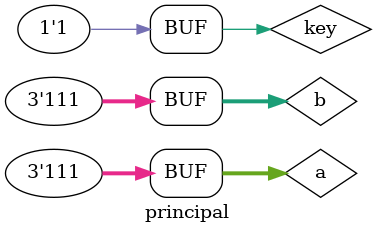
<source format=v>

module chave(s,a,b,key);
	output s;
	reg s;
	input a;
	input b;
	input key;
	
	always @ (a or b or key)
		if(~key)
			s = a;
		else
			s = b;
endmodule //chave

module funcao(output s, input [2:0]a,
					input[2:0]b, input key);
	wire [2:0]aux;
	wire aux1, aux2;
	xnor xnor1(aux[0],a[0],b[0]);
	xnor xnor2(aux[1],a[1],b[1]);
	xnor xnor3(aux[2],a[2],b[2]);
	
	and and1(aux1,aux[0],aux[1],aux[2]);
	not not1(aux2,aux1);
	
	chave key1(s,aux1,aux2,key);               // USAR APENAS PORTAS !
	
endmodule //funcao

module principal;
	reg [2:0]a,b;
	reg key;
	wire s;
	
	funcao f1(s,a,b,key);
	
	initial begin
		key = 0; a = 3'b000; b = 3'b000;
		$display("Exemplo0027 - Guilherme Diniz de Assumpção - 462269"); 
		$display("Test LU's equals/different");
		$display("key = 0 (equals), key = 1 (different)");
		$display("\t\t\tt - key a - b = s");
		$monitor("%d - %b %4b - %4b = %b",$time,key,a,b,s);
		
		#1 key = 1;
		#1 key = 0; b = 3'b001;
		#1 key = 1;
		
		#1 key = 0; b = 3'b010;
		#1 key = 1;
		
		#1 key = 0; b = 3'b011;
		#1 key = 1;
		
		#1 key = 0; b = 3'b100;
		#1 key = 1;
		
		#1 key = 0; b = 3'b101;
		#1 key = 1;
		
		#1 key = 0; b = 3'b110;
		#1 key = 1;
		
		#1 key = 0; b = 4'b111;
		#1 key = 1;
		
		#1 key = 0; a = 3'b001; b = 3'b000;
		#1 key = 1;
		
		#1 key = 0; b = 3'b001;
		#1 key = 1;
		
		#1 key = 0; b = 3'b010;
		#1 key = 1;
		
		#1 key = 0; b = 3'b011;
		#1 key = 1;
		
		#1 key = 0; b = 3'b100;
		#1 key = 1;
		
		#1 key = 0; b = 3'b101;
		#1 key = 1;
		
		#1 key = 0; b = 3'b110;
		#1 key = 1;
		
		#1 key = 0; b = 3'b111;
		#1 key = 1;
				
		#1 key = 0; a = 3'b010; b = 3'b000;
		#1 key = 1;
		
		#1 key = 0; b = 3'b001;
		#1 key = 1;
		
		#1 key = 0; b = 3'b010;
		#1 key = 1;
		
		#1 key = 0; b = 3'b011;
		#1 key = 1;
		
		#1 key = 0; b = 3'b100;
		#1 key = 1;
		
		#1 key = 0; b = 3'b101;
		#1 key = 1;
		
		#1 key = 0; b = 3'b110;
		#1 key = 1;
		
		#1 key = 0; b = 3'b111;
		#1 key = 1;
		
		#1 key = 0; a = 3'b011; b = 3'b000;
		#1 key = 1;
		
		#1 key = 0; b = 3'b001;
		#1 key = 1;
		
		#1 key = 0; b = 3'b010;
		#1 key = 1;
		
		#1 key = 0; b = 3'b011;
		#1 key = 1;
		
		#1 key = 0; b = 3'b100;
		#1 key = 1;
		
		#1 key = 0; b = 3'b101;
		#1 key = 1;
		
		#1 key = 0; b = 3'b110;
		#1 key = 1;
		
		#1 key = 0; b = 3'b111;
		#1 key = 1;
		
		#1 key = 0; a = 3'b100; b = 3'b000;
		#1 key = 1;
		
		#1 key = 0; b = 3'b001;
		#1 key = 1;
		
		#1 key = 0; b = 3'b010;
		#1 key = 1;
		
		#1 key = 0; b = 3'b011;
		#1 key = 1;
		
		#1 key = 0; b = 3'b100;
		#1 key = 1;
		
		#1 key = 0; b = 3'b101;
		#1 key = 1;
		
		#1 key = 0; b = 3'b110;
		#1 key = 1;
		
		#1 key = 0; b = 3'b111;
		#1 key = 1;
		
		#1 key = 0; a = 3'b101; b = 3'b000;
		#1 key = 1;
		
		#1 key = 0; b = 3'b001;
		#1 key = 1;
		
		#1 key = 0; b = 3'b010;
		#1 key = 1;
		
		#1 key = 0; b = 3'b011;
		#1 key = 1;
		
		#1 key = 0; b = 3'b100;
		#1 key = 1;
		
		#1 key = 0; b = 3'b101;
		#1 key = 1;
		
		#1 key = 0; b = 3'b110;
		#1 key = 1;
		
		#1 key = 0; b = 3'b111;
		#1 key = 1;
		
		
		#1 key = 0; a = 3'b110; b = 3'b000;
		#1 key = 1;
		
		#1 key = 0; b = 3'b001;
		#1 key = 1;
		
		#1 key = 0; b = 3'b010;
		#1 key = 1;
		
		#1 key = 0; b = 3'b011;
		#1 key = 1;
		
		#1 key = 0; b = 3'b100;
		#1 key = 1;
		
		#1 key = 0; b = 3'b101;
		#1 key = 1;
		
		#1 key = 0; b = 3'b110;
		#1 key = 1;
		
		#1 key = 0; b = 3'b111;
		#1 key = 1;
		
		
		#1 key = 0; a = 3'b111; b = 3'b000;
		#1 key = 1;
		
		#1 key = 0; b = 3'b001;
		#1 key = 1;
		
		#1 key = 0; b = 3'b010;
		#1 key = 1;
		
		#1 key = 0; b = 3'b011;
		#1 key = 1;
		
		#1 key = 0; b = 3'b100;
		#1 key = 1;
		
		#1 key = 0; b = 3'b101;
		#1 key = 1;
		
		#1 key = 0; b = 3'b110;
		#1 key = 1;
		
		#1 key = 0; b = 3'b111;
		#1 key = 1;
		
	end
endmodule //principal
</source>
